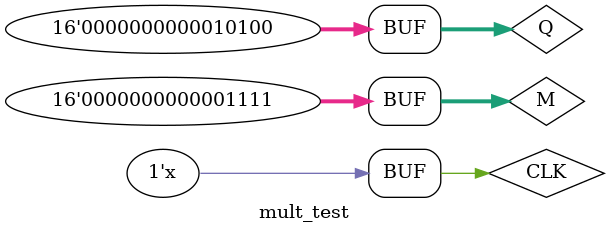
<source format=v>
module mult_test;
	reg [15:0] M,Q;
	wire [31:0] O;
	reg CLK;
	mult m_test(O,M,Q,CLK);
	always
		begin 
		#5 CLK=~CLK;
		end
	initial 
		begin
			CLK=1'b0;
			$monitor("OUTPUT=%d ,MULTIPLICANT=%d ,MULTIPLIER=%d, Clk=%b",O,M,Q,CLK);
			#10 M=12; Q=10;
			#10 M=105; Q=11;
			#10 M=31; Q=5;
			#10 M=10; Q=81;
			#10 M=15; Q=20;
			
		end
endmodule

</source>
